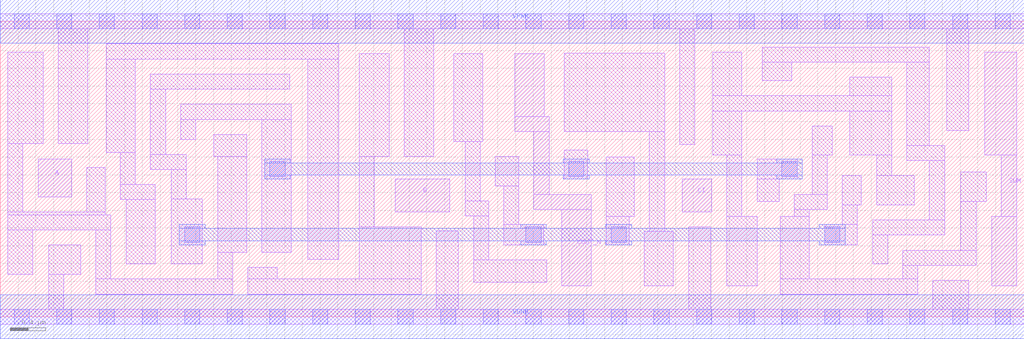
<source format=lef>
# Copyright 2020 The SkyWater PDK Authors
#
# Licensed under the Apache License, Version 2.0 (the "License");
# you may not use this file except in compliance with the License.
# You may obtain a copy of the License at
#
#     https://www.apache.org/licenses/LICENSE-2.0
#
# Unless required by applicable law or agreed to in writing, software
# distributed under the License is distributed on an "AS IS" BASIS,
# WITHOUT WARRANTIES OR CONDITIONS OF ANY KIND, either express or implied.
# See the License for the specific language governing permissions and
# limitations under the License.
#
# SPDX-License-Identifier: Apache-2.0

VERSION 5.7 ;
  NAMESCASESENSITIVE ON ;
  NOWIREEXTENSIONATPIN ON ;
  DIVIDERCHAR "/" ;
  BUSBITCHARS "[]" ;
UNITS
  DATABASE MICRONS 200 ;
END UNITS
MACRO sky130_fd_sc_ls__fahcon_1
  CLASS CORE ;
  SOURCE USER ;
  FOREIGN sky130_fd_sc_ls__fahcon_1 ;
  ORIGIN  0.000000  0.000000 ;
  SIZE  11.52000 BY  3.330000 ;
  SYMMETRY X Y ;
  SITE unit ;
  PIN A
    ANTENNAGATEAREA  0.279000 ;
    DIRECTION INPUT ;
    USE SIGNAL ;
    PORT
      LAYER li1 ;
        RECT 0.425000 1.350000 0.805000 1.780000 ;
    END
  END A
  PIN B
    ANTENNAGATEAREA  0.969000 ;
    DIRECTION INPUT ;
    USE SIGNAL ;
    PORT
      LAYER li1 ;
        RECT 4.445000 1.180000 5.060000 1.550000 ;
    END
  END B
  PIN CI
    ANTENNAGATEAREA  0.525000 ;
    DIRECTION INPUT ;
    USE SIGNAL ;
    PORT
      LAYER li1 ;
        RECT 7.675000 1.180000 8.005000 1.550000 ;
    END
  END CI
  PIN COUT_N
    ANTENNADIFFAREA  0.782600 ;
    DIRECTION OUTPUT ;
    USE SIGNAL ;
    PORT
      LAYER li1 ;
        RECT 5.790000 2.085000 6.175000 2.255000 ;
        RECT 5.790000 2.255000 6.120000 2.965000 ;
        RECT 6.005000 1.210000 6.650000 1.380000 ;
        RECT 6.005000 1.380000 6.175000 2.085000 ;
        RECT 6.320000 0.350000 6.650000 1.210000 ;
    END
  END COUT_N
  PIN SUM
    ANTENNADIFFAREA  0.541300 ;
    DIRECTION OUTPUT ;
    USE SIGNAL ;
    PORT
      LAYER li1 ;
        RECT 11.075000 1.820000 11.435000 2.980000 ;
        RECT 11.155000 0.350000 11.435000 1.130000 ;
        RECT 11.265000 1.130000 11.435000 1.820000 ;
    END
  END SUM
  PIN VGND
    DIRECTION INOUT ;
    SHAPE ABUTMENT ;
    USE GROUND ;
    PORT
      LAYER met1 ;
        RECT 0.000000 -0.245000 11.520000 0.245000 ;
    END
  END VGND
  PIN VPWR
    DIRECTION INOUT ;
    SHAPE ABUTMENT ;
    USE POWER ;
    PORT
      LAYER met1 ;
        RECT 0.000000 3.085000 11.520000 3.575000 ;
    END
  END VPWR
  OBS
    LAYER li1 ;
      RECT  0.000000 -0.085000 11.520000 0.085000 ;
      RECT  0.000000  3.245000 11.520000 3.415000 ;
      RECT  0.085000  0.480000  0.365000 0.980000 ;
      RECT  0.085000  0.980000  1.245000 1.150000 ;
      RECT  0.085000  1.150000  1.180000 1.180000 ;
      RECT  0.085000  1.180000  0.255000 1.950000 ;
      RECT  0.085000  1.950000  0.485000 2.980000 ;
      RECT  0.545000  0.085000  0.715000 0.480000 ;
      RECT  0.545000  0.480000  0.905000 0.810000 ;
      RECT  0.655000  1.950000  0.985000 3.245000 ;
      RECT  0.975000  1.180000  1.180000 1.680000 ;
      RECT  1.075000  0.255000  2.615000 0.425000 ;
      RECT  1.075000  0.425000  1.245000 0.980000 ;
      RECT  1.190000  1.850000  1.520000 2.905000 ;
      RECT  1.190000  2.905000  3.810000 3.075000 ;
      RECT  1.350000  1.320000  1.745000 1.490000 ;
      RECT  1.350000  1.490000  1.520000 1.850000 ;
      RECT  1.415000  0.595000  1.745000 1.320000 ;
      RECT  1.690000  1.660000  2.095000 1.830000 ;
      RECT  1.690000  1.830000  1.860000 2.565000 ;
      RECT  1.690000  2.565000  3.260000 2.735000 ;
      RECT  1.925000  0.595000  2.275000 1.325000 ;
      RECT  1.925000  1.325000  2.095000 1.660000 ;
      RECT  2.030000  2.000000  2.200000 2.225000 ;
      RECT  2.030000  2.225000  3.275000 2.395000 ;
      RECT  2.400000  1.805000  2.775000 2.055000 ;
      RECT  2.445000  0.425000  2.615000 0.725000 ;
      RECT  2.445000  0.725000  2.775000 1.805000 ;
      RECT  2.785000  0.255000  4.735000 0.425000 ;
      RECT  2.785000  0.425000  3.115000 0.555000 ;
      RECT  2.945000  0.725000  3.275000 2.225000 ;
      RECT  3.460000  0.645000  3.810000 2.905000 ;
      RECT  4.040000  0.425000  4.735000 1.010000 ;
      RECT  4.040000  1.010000  4.210000 1.805000 ;
      RECT  4.040000  1.805000  4.375000 2.965000 ;
      RECT  4.545000  1.805000  4.875000 3.245000 ;
      RECT  4.905000  0.085000  5.155000 0.965000 ;
      RECT  5.100000  1.975000  5.430000 2.965000 ;
      RECT  5.230000  1.135000  5.495000 1.305000 ;
      RECT  5.230000  1.305000  5.400000 1.975000 ;
      RECT  5.325000  0.390000  6.150000 0.640000 ;
      RECT  5.325000  0.640000  5.495000 1.135000 ;
      RECT  5.570000  1.475000  5.835000 1.805000 ;
      RECT  5.665000  0.810000  6.115000 1.040000 ;
      RECT  5.665000  1.040000  5.835000 1.475000 ;
      RECT  6.345000  1.550000  6.610000 1.880000 ;
      RECT  6.345000  2.085000  7.475000 2.970000 ;
      RECT  6.820000  0.810000  7.075000 1.130000 ;
      RECT  6.820000  1.130000  7.135000 1.800000 ;
      RECT  7.245000  0.350000  7.575000 0.960000 ;
      RECT  7.305000  0.960000  7.475000 2.085000 ;
      RECT  7.645000  1.940000  7.815000 3.245000 ;
      RECT  7.745000  0.085000  7.995000 1.010000 ;
      RECT  8.015000  1.820000  8.345000 2.320000 ;
      RECT  8.015000  2.320000 10.030000 2.490000 ;
      RECT  8.015000  2.490000  8.345000 2.980000 ;
      RECT  8.175000  0.350000  8.515000 1.130000 ;
      RECT  8.175000  1.130000  8.345000 1.820000 ;
      RECT  8.515000  1.300000  8.765000 1.550000 ;
      RECT  8.515000  1.550000  8.965000 1.780000 ;
      RECT  8.575000  2.660000  8.905000 2.870000 ;
      RECT  8.575000  2.870000 10.455000 3.040000 ;
      RECT  8.775000  0.255000 10.325000 0.425000 ;
      RECT  8.775000  0.425000  9.105000 1.130000 ;
      RECT  8.935000  1.130000  9.105000 1.210000 ;
      RECT  8.935000  1.210000  9.305000 1.380000 ;
      RECT  9.135000  1.380000  9.305000 1.820000 ;
      RECT  9.135000  1.820000  9.360000 2.150000 ;
      RECT  9.275000  0.810000  9.645000 1.040000 ;
      RECT  9.475000  1.040000  9.645000 1.260000 ;
      RECT  9.475000  1.260000  9.690000 1.590000 ;
      RECT  9.560000  1.820000 10.030000 2.320000 ;
      RECT  9.560000  2.490000 10.030000 2.700000 ;
      RECT  9.815000  0.595000  9.985000 0.920000 ;
      RECT  9.815000  0.920000 10.625000 1.090000 ;
      RECT  9.860000  1.260000 10.285000 1.590000 ;
      RECT  9.860000  1.590000 10.030000 1.820000 ;
      RECT 10.155000  0.425000 10.325000 0.580000 ;
      RECT 10.155000  0.580000 10.980000 0.750000 ;
      RECT 10.200000  1.760000 10.625000 1.930000 ;
      RECT 10.200000  1.930000 10.455000 2.870000 ;
      RECT 10.455000  1.090000 10.625000 1.760000 ;
      RECT 10.495000  0.085000 10.895000 0.410000 ;
      RECT 10.650000  2.100000 10.900000 3.245000 ;
      RECT 10.810000  0.750000 10.980000 1.300000 ;
      RECT 10.810000  1.300000 11.095000 1.630000 ;
    LAYER mcon ;
      RECT  0.155000 -0.085000  0.325000 0.085000 ;
      RECT  0.155000  3.245000  0.325000 3.415000 ;
      RECT  0.635000 -0.085000  0.805000 0.085000 ;
      RECT  0.635000  3.245000  0.805000 3.415000 ;
      RECT  1.115000 -0.085000  1.285000 0.085000 ;
      RECT  1.115000  3.245000  1.285000 3.415000 ;
      RECT  1.595000 -0.085000  1.765000 0.085000 ;
      RECT  1.595000  3.245000  1.765000 3.415000 ;
      RECT  2.075000 -0.085000  2.245000 0.085000 ;
      RECT  2.075000  0.840000  2.245000 1.010000 ;
      RECT  2.075000  3.245000  2.245000 3.415000 ;
      RECT  2.555000 -0.085000  2.725000 0.085000 ;
      RECT  2.555000  3.245000  2.725000 3.415000 ;
      RECT  3.035000 -0.085000  3.205000 0.085000 ;
      RECT  3.035000  1.580000  3.205000 1.750000 ;
      RECT  3.035000  3.245000  3.205000 3.415000 ;
      RECT  3.515000 -0.085000  3.685000 0.085000 ;
      RECT  3.515000  3.245000  3.685000 3.415000 ;
      RECT  3.995000 -0.085000  4.165000 0.085000 ;
      RECT  3.995000  3.245000  4.165000 3.415000 ;
      RECT  4.475000 -0.085000  4.645000 0.085000 ;
      RECT  4.475000  3.245000  4.645000 3.415000 ;
      RECT  4.955000 -0.085000  5.125000 0.085000 ;
      RECT  4.955000  3.245000  5.125000 3.415000 ;
      RECT  5.435000 -0.085000  5.605000 0.085000 ;
      RECT  5.435000  3.245000  5.605000 3.415000 ;
      RECT  5.915000 -0.085000  6.085000 0.085000 ;
      RECT  5.915000  0.840000  6.085000 1.010000 ;
      RECT  5.915000  3.245000  6.085000 3.415000 ;
      RECT  6.395000 -0.085000  6.565000 0.085000 ;
      RECT  6.395000  1.580000  6.565000 1.750000 ;
      RECT  6.395000  3.245000  6.565000 3.415000 ;
      RECT  6.875000 -0.085000  7.045000 0.085000 ;
      RECT  6.875000  0.840000  7.045000 1.010000 ;
      RECT  6.875000  3.245000  7.045000 3.415000 ;
      RECT  7.355000 -0.085000  7.525000 0.085000 ;
      RECT  7.355000  3.245000  7.525000 3.415000 ;
      RECT  7.835000 -0.085000  8.005000 0.085000 ;
      RECT  7.835000  3.245000  8.005000 3.415000 ;
      RECT  8.315000 -0.085000  8.485000 0.085000 ;
      RECT  8.315000  3.245000  8.485000 3.415000 ;
      RECT  8.795000 -0.085000  8.965000 0.085000 ;
      RECT  8.795000  1.580000  8.965000 1.750000 ;
      RECT  8.795000  3.245000  8.965000 3.415000 ;
      RECT  9.275000 -0.085000  9.445000 0.085000 ;
      RECT  9.275000  0.840000  9.445000 1.010000 ;
      RECT  9.275000  3.245000  9.445000 3.415000 ;
      RECT  9.755000 -0.085000  9.925000 0.085000 ;
      RECT  9.755000  3.245000  9.925000 3.415000 ;
      RECT 10.235000 -0.085000 10.405000 0.085000 ;
      RECT 10.235000  3.245000 10.405000 3.415000 ;
      RECT 10.715000 -0.085000 10.885000 0.085000 ;
      RECT 10.715000  3.245000 10.885000 3.415000 ;
      RECT 11.195000 -0.085000 11.365000 0.085000 ;
      RECT 11.195000  3.245000 11.365000 3.415000 ;
    LAYER met1 ;
      RECT 2.015000 0.810000 2.305000 0.855000 ;
      RECT 2.015000 0.855000 9.505000 0.995000 ;
      RECT 2.015000 0.995000 2.305000 1.040000 ;
      RECT 2.975000 1.550000 3.265000 1.595000 ;
      RECT 2.975000 1.595000 9.025000 1.735000 ;
      RECT 2.975000 1.735000 3.265000 1.780000 ;
      RECT 5.855000 0.810000 6.145000 0.855000 ;
      RECT 5.855000 0.995000 6.145000 1.040000 ;
      RECT 6.335000 1.550000 6.625000 1.595000 ;
      RECT 6.335000 1.735000 6.625000 1.780000 ;
      RECT 6.815000 0.810000 7.105000 0.855000 ;
      RECT 6.815000 0.995000 7.105000 1.040000 ;
      RECT 8.735000 1.550000 9.025000 1.595000 ;
      RECT 8.735000 1.735000 9.025000 1.780000 ;
      RECT 9.215000 0.810000 9.505000 0.855000 ;
      RECT 9.215000 0.995000 9.505000 1.040000 ;
  END
END sky130_fd_sc_ls__fahcon_1

</source>
